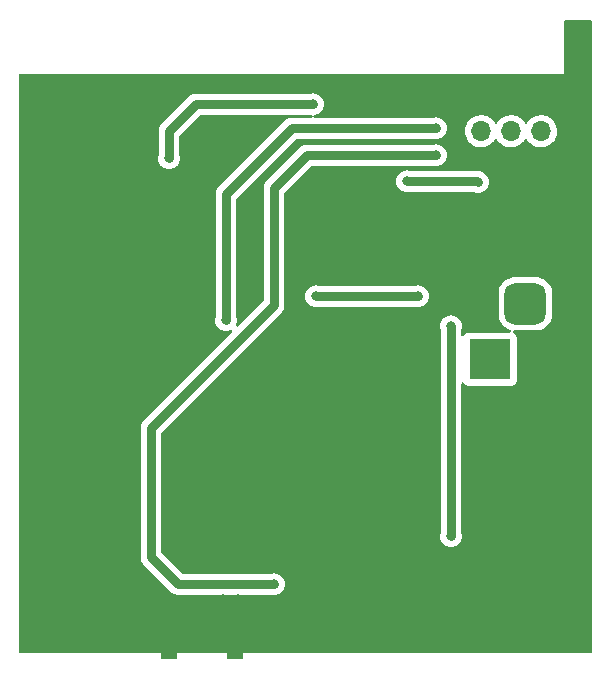
<source format=gbl>
G04 #@! TF.GenerationSoftware,KiCad,Pcbnew,6.0.10*
G04 #@! TF.CreationDate,2023-04-28T22:54:55-05:00*
G04 #@! TF.ProjectId,base,62617365-2e6b-4696-9361-645f70636258,rev?*
G04 #@! TF.SameCoordinates,Original*
G04 #@! TF.FileFunction,Copper,L2,Bot*
G04 #@! TF.FilePolarity,Positive*
%FSLAX46Y46*%
G04 Gerber Fmt 4.6, Leading zero omitted, Abs format (unit mm)*
G04 Created by KiCad (PCBNEW 6.0.10) date 2023-04-28 22:54:55*
%MOMM*%
%LPD*%
G01*
G04 APERTURE LIST*
G04 Aperture macros list*
%AMRoundRect*
0 Rectangle with rounded corners*
0 $1 Rounding radius*
0 $2 $3 $4 $5 $6 $7 $8 $9 X,Y pos of 4 corners*
0 Add a 4 corners polygon primitive as box body*
4,1,4,$2,$3,$4,$5,$6,$7,$8,$9,$2,$3,0*
0 Add four circle primitives for the rounded corners*
1,1,$1+$1,$2,$3*
1,1,$1+$1,$4,$5*
1,1,$1+$1,$6,$7*
1,1,$1+$1,$8,$9*
0 Add four rect primitives between the rounded corners*
20,1,$1+$1,$2,$3,$4,$5,0*
20,1,$1+$1,$4,$5,$6,$7,0*
20,1,$1+$1,$6,$7,$8,$9,0*
20,1,$1+$1,$8,$9,$2,$3,0*%
G04 Aperture macros list end*
G04 #@! TA.AperFunction,ComponentPad*
%ADD10R,1.700000X1.700000*%
G04 #@! TD*
G04 #@! TA.AperFunction,ComponentPad*
%ADD11O,1.700000X1.700000*%
G04 #@! TD*
G04 #@! TA.AperFunction,SMDPad,CuDef*
%ADD12R,1.350000X4.200000*%
G04 #@! TD*
G04 #@! TA.AperFunction,ComponentPad*
%ADD13R,3.500000X3.500000*%
G04 #@! TD*
G04 #@! TA.AperFunction,ComponentPad*
%ADD14RoundRect,0.750000X0.750000X1.000000X-0.750000X1.000000X-0.750000X-1.000000X0.750000X-1.000000X0*%
G04 #@! TD*
G04 #@! TA.AperFunction,ComponentPad*
%ADD15RoundRect,0.875000X0.875000X0.875000X-0.875000X0.875000X-0.875000X-0.875000X0.875000X-0.875000X0*%
G04 #@! TD*
G04 #@! TA.AperFunction,ViaPad*
%ADD16C,0.800000*%
G04 #@! TD*
G04 #@! TA.AperFunction,Conductor*
%ADD17C,0.750000*%
G04 #@! TD*
G04 APERTURE END LIST*
D10*
X170434000Y-91186000D03*
D11*
X167894000Y-91186000D03*
X165354000Y-91186000D03*
X162814000Y-91186000D03*
D12*
X142017000Y-133767500D03*
X136367000Y-133767500D03*
D13*
X163576000Y-110490000D03*
D14*
X169576000Y-110490000D03*
D15*
X166576000Y-105790000D03*
D16*
X160274000Y-107696000D03*
X160274000Y-125476000D03*
X153670000Y-134620000D03*
X129540000Y-133350000D03*
X124460000Y-128270000D03*
X134620000Y-105410000D03*
X135890000Y-105410000D03*
X135890000Y-99060000D03*
X156210000Y-114300000D03*
X143510000Y-132080000D03*
X147320000Y-87630000D03*
X133350000Y-105410000D03*
X124460000Y-120650000D03*
X124460000Y-118110000D03*
X146050000Y-134620000D03*
X149860000Y-87630000D03*
X147320000Y-96520000D03*
X140970000Y-130810000D03*
X124460000Y-107950000D03*
X124460000Y-105410000D03*
X134620000Y-132080000D03*
X151130000Y-129540000D03*
X148844000Y-107696000D03*
X132080000Y-105410000D03*
X148590000Y-134620000D03*
X143510000Y-134620000D03*
X135890000Y-111760000D03*
X156210000Y-116840000D03*
X142240000Y-87630000D03*
X138430000Y-107950000D03*
X135890000Y-130810000D03*
X124460000Y-100330000D03*
X143510000Y-133350000D03*
X124460000Y-125730000D03*
X124460000Y-133350000D03*
X134620000Y-130810000D03*
X124460000Y-113030000D03*
X151130000Y-134620000D03*
X148590000Y-129540000D03*
X124460000Y-123190000D03*
X135890000Y-109220000D03*
X132080000Y-133350000D03*
X144780000Y-87630000D03*
X124460000Y-110490000D03*
X124460000Y-130810000D03*
X135890000Y-96520000D03*
X156210000Y-119380000D03*
X142240000Y-130810000D03*
X134620000Y-133350000D03*
X142240000Y-91440000D03*
X153670000Y-129540000D03*
X137160000Y-105410000D03*
X127000000Y-133350000D03*
X124460000Y-102870000D03*
X124460000Y-115570000D03*
X156547000Y-95421000D03*
X162560000Y-95504000D03*
X148590000Y-88900000D03*
X136398000Y-93472000D03*
X148844000Y-105156000D03*
X157480000Y-105156000D03*
X159004000Y-93218000D03*
X145288000Y-129540000D03*
X141224000Y-107188000D03*
X159004000Y-90932000D03*
D17*
X160274000Y-107696000D02*
X160274000Y-125476000D01*
X162477000Y-95421000D02*
X162560000Y-95504000D01*
X156547000Y-95421000D02*
X162477000Y-95421000D01*
X138684000Y-88900000D02*
X148590000Y-88900000D01*
X136398000Y-91186000D02*
X138684000Y-88900000D01*
X136398000Y-93472000D02*
X136398000Y-91186000D01*
X148844000Y-105156000D02*
X157480000Y-105156000D01*
X148082000Y-93218000D02*
X145288000Y-96012000D01*
X145288000Y-96012000D02*
X145288000Y-105918000D01*
X145288000Y-105918000D02*
X134874000Y-116332000D01*
X134874000Y-116332000D02*
X134874000Y-127254000D01*
X159004000Y-93218000D02*
X148082000Y-93218000D01*
X137160000Y-129540000D02*
X145288000Y-129540000D01*
X134874000Y-127254000D02*
X137160000Y-129540000D01*
X159004000Y-90932000D02*
X146812000Y-90932000D01*
X146812000Y-90932000D02*
X141224000Y-96520000D01*
X141224000Y-96520000D02*
X141224000Y-107188000D01*
G04 #@! TA.AperFunction,Conductor*
G36*
X172153621Y-81808502D02*
G01*
X172200114Y-81862158D01*
X172211500Y-81914500D01*
X172211500Y-135255500D01*
X172191498Y-135323621D01*
X172137842Y-135370114D01*
X172085500Y-135381500D01*
X123824500Y-135381500D01*
X123756379Y-135361498D01*
X123709886Y-135307842D01*
X123698500Y-135255500D01*
X123698500Y-127207507D01*
X133986850Y-127207507D01*
X133987195Y-127214094D01*
X133987195Y-127214098D01*
X133990327Y-127273850D01*
X133990500Y-127280445D01*
X133990500Y-127300306D01*
X133990844Y-127303577D01*
X133992576Y-127320059D01*
X133993093Y-127326628D01*
X133996570Y-127392971D01*
X134000042Y-127405929D01*
X134003645Y-127425372D01*
X134005046Y-127438702D01*
X134025578Y-127501894D01*
X134027444Y-127508196D01*
X134044638Y-127572363D01*
X134047634Y-127578242D01*
X134047637Y-127578251D01*
X134050728Y-127584317D01*
X134058292Y-127602579D01*
X134060392Y-127609043D01*
X134060395Y-127609051D01*
X134062436Y-127615331D01*
X134065738Y-127621050D01*
X134065740Y-127621055D01*
X134095654Y-127672867D01*
X134098787Y-127678637D01*
X134128953Y-127737839D01*
X134133109Y-127742971D01*
X134137391Y-127748259D01*
X134148589Y-127764552D01*
X134155296Y-127776169D01*
X134159713Y-127781075D01*
X134159717Y-127781080D01*
X134199747Y-127825538D01*
X134204031Y-127830554D01*
X134214441Y-127843409D01*
X134216528Y-127845986D01*
X134230573Y-127860031D01*
X134235114Y-127864816D01*
X134279566Y-127914185D01*
X134290426Y-127922075D01*
X134305454Y-127934912D01*
X136479088Y-130108546D01*
X136491925Y-130123574D01*
X136499815Y-130134434D01*
X136504725Y-130138855D01*
X136504726Y-130138856D01*
X136549184Y-130178886D01*
X136553969Y-130183427D01*
X136568014Y-130197472D01*
X136570588Y-130199556D01*
X136570591Y-130199559D01*
X136583446Y-130209969D01*
X136588462Y-130214253D01*
X136632920Y-130254283D01*
X136632925Y-130254287D01*
X136637831Y-130258704D01*
X136649097Y-130265209D01*
X136649448Y-130265411D01*
X136665741Y-130276609D01*
X136676161Y-130285047D01*
X136735363Y-130315213D01*
X136741133Y-130318346D01*
X136792945Y-130348260D01*
X136792950Y-130348262D01*
X136798669Y-130351564D01*
X136804949Y-130353605D01*
X136804957Y-130353608D01*
X136811421Y-130355708D01*
X136829683Y-130363272D01*
X136835749Y-130366363D01*
X136835758Y-130366366D01*
X136841637Y-130369362D01*
X136848015Y-130371071D01*
X136905804Y-130386556D01*
X136912106Y-130388422D01*
X136975298Y-130408954D01*
X136988205Y-130410311D01*
X136988628Y-130410355D01*
X137008071Y-130413958D01*
X137021029Y-130417430D01*
X137027620Y-130417775D01*
X137027624Y-130417776D01*
X137087354Y-130420906D01*
X137093929Y-130421423D01*
X137109126Y-130423020D01*
X137113694Y-130423500D01*
X137133568Y-130423500D01*
X137140162Y-130423673D01*
X137199901Y-130426804D01*
X137199905Y-130426804D01*
X137206493Y-130427149D01*
X137213008Y-130426117D01*
X137213011Y-130426117D01*
X137219740Y-130425051D01*
X137239450Y-130423500D01*
X145061653Y-130423500D01*
X145087850Y-130426253D01*
X145186056Y-130447128D01*
X145186061Y-130447128D01*
X145192513Y-130448500D01*
X145383487Y-130448500D01*
X145389939Y-130447128D01*
X145389944Y-130447128D01*
X145500288Y-130423673D01*
X145570288Y-130408794D01*
X145655016Y-130371071D01*
X145738722Y-130333803D01*
X145738724Y-130333802D01*
X145744752Y-130331118D01*
X145899253Y-130218866D01*
X145920625Y-130195130D01*
X146022621Y-130081852D01*
X146022622Y-130081851D01*
X146027040Y-130076944D01*
X146122527Y-129911556D01*
X146181542Y-129729928D01*
X146201504Y-129540000D01*
X146181542Y-129350072D01*
X146122527Y-129168444D01*
X146027040Y-129003056D01*
X145899253Y-128861134D01*
X145744752Y-128748882D01*
X145738724Y-128746198D01*
X145738722Y-128746197D01*
X145576319Y-128673891D01*
X145576318Y-128673891D01*
X145570288Y-128671206D01*
X145476888Y-128651353D01*
X145389944Y-128632872D01*
X145389939Y-128632872D01*
X145383487Y-128631500D01*
X145192513Y-128631500D01*
X145186061Y-128632872D01*
X145186056Y-128632872D01*
X145087850Y-128653747D01*
X145061653Y-128656500D01*
X137578148Y-128656500D01*
X137510027Y-128636498D01*
X137489053Y-128619595D01*
X135794405Y-126924947D01*
X135760379Y-126862635D01*
X135757500Y-126835852D01*
X135757500Y-125476000D01*
X159360496Y-125476000D01*
X159380458Y-125665928D01*
X159439473Y-125847556D01*
X159534960Y-126012944D01*
X159662747Y-126154866D01*
X159817248Y-126267118D01*
X159823276Y-126269802D01*
X159823278Y-126269803D01*
X159985681Y-126342109D01*
X159991712Y-126344794D01*
X160085113Y-126364647D01*
X160172056Y-126383128D01*
X160172061Y-126383128D01*
X160178513Y-126384500D01*
X160369487Y-126384500D01*
X160375939Y-126383128D01*
X160375944Y-126383128D01*
X160462887Y-126364647D01*
X160556288Y-126344794D01*
X160562319Y-126342109D01*
X160724722Y-126269803D01*
X160724724Y-126269802D01*
X160730752Y-126267118D01*
X160885253Y-126154866D01*
X161013040Y-126012944D01*
X161108527Y-125847556D01*
X161167542Y-125665928D01*
X161187504Y-125476000D01*
X161167542Y-125286072D01*
X161163667Y-125274146D01*
X161157500Y-125235210D01*
X161157500Y-112574200D01*
X161177502Y-112506079D01*
X161231158Y-112459586D01*
X161301432Y-112449482D01*
X161366012Y-112478976D01*
X161384326Y-112498635D01*
X161462739Y-112603261D01*
X161579295Y-112690615D01*
X161715684Y-112741745D01*
X161777866Y-112748500D01*
X165374134Y-112748500D01*
X165436316Y-112741745D01*
X165572705Y-112690615D01*
X165689261Y-112603261D01*
X165776615Y-112486705D01*
X165827745Y-112350316D01*
X165834500Y-112288134D01*
X165834500Y-108691866D01*
X165827745Y-108629684D01*
X165776615Y-108493295D01*
X165689261Y-108376739D01*
X165572705Y-108289385D01*
X165564304Y-108286236D01*
X165562082Y-108285019D01*
X165511936Y-108234760D01*
X165496923Y-108165369D01*
X165521809Y-108098877D01*
X165578693Y-108056395D01*
X165622592Y-108048500D01*
X167543364Y-108048500D01*
X167545037Y-108048409D01*
X167545052Y-108048409D01*
X167596599Y-108045617D01*
X167600957Y-108045381D01*
X167637667Y-108038212D01*
X167826160Y-108001402D01*
X167826161Y-108001402D01*
X167831393Y-108000380D01*
X168050952Y-107917196D01*
X168253356Y-107798209D01*
X168432819Y-107646819D01*
X168584209Y-107467356D01*
X168703196Y-107264952D01*
X168786380Y-107045393D01*
X168794340Y-107004635D01*
X168830544Y-106819243D01*
X168831381Y-106814957D01*
X168834500Y-106757364D01*
X168834500Y-104822636D01*
X168831381Y-104765043D01*
X168786380Y-104534607D01*
X168703196Y-104315048D01*
X168584209Y-104112644D01*
X168432819Y-103933181D01*
X168253356Y-103781791D01*
X168050952Y-103662804D01*
X167831393Y-103579620D01*
X167600957Y-103534619D01*
X167595227Y-103534309D01*
X167545052Y-103531591D01*
X167545037Y-103531591D01*
X167543364Y-103531500D01*
X165608636Y-103531500D01*
X165606963Y-103531591D01*
X165606948Y-103531591D01*
X165556773Y-103534309D01*
X165551043Y-103534619D01*
X165320607Y-103579620D01*
X165101048Y-103662804D01*
X164898644Y-103781791D01*
X164719181Y-103933181D01*
X164567791Y-104112644D01*
X164448804Y-104315048D01*
X164365620Y-104534607D01*
X164320619Y-104765043D01*
X164317500Y-104822636D01*
X164317500Y-106757364D01*
X164320619Y-106814957D01*
X164321456Y-106819243D01*
X164357661Y-107004635D01*
X164365620Y-107045393D01*
X164448804Y-107264952D01*
X164567791Y-107467356D01*
X164719181Y-107646819D01*
X164898644Y-107798209D01*
X165101048Y-107917196D01*
X165264488Y-107979118D01*
X165287068Y-107987673D01*
X165343683Y-108030512D01*
X165368151Y-108097160D01*
X165352702Y-108166455D01*
X165302241Y-108216398D01*
X165242427Y-108231500D01*
X161777866Y-108231500D01*
X161715684Y-108238255D01*
X161579295Y-108289385D01*
X161462739Y-108376739D01*
X161457358Y-108383919D01*
X161384326Y-108481365D01*
X161327467Y-108523880D01*
X161256648Y-108528906D01*
X161194355Y-108494846D01*
X161160365Y-108432515D01*
X161157500Y-108405800D01*
X161157500Y-107936790D01*
X161163667Y-107897854D01*
X161165502Y-107892206D01*
X161167542Y-107885928D01*
X161169138Y-107870749D01*
X161186814Y-107702565D01*
X161187504Y-107696000D01*
X161167542Y-107506072D01*
X161108527Y-107324444D01*
X161013040Y-107159056D01*
X160910698Y-107045393D01*
X160889675Y-107022045D01*
X160889674Y-107022044D01*
X160885253Y-107017134D01*
X160730752Y-106904882D01*
X160724724Y-106902198D01*
X160724722Y-106902197D01*
X160562319Y-106829891D01*
X160562318Y-106829891D01*
X160556288Y-106827206D01*
X160462888Y-106807353D01*
X160375944Y-106788872D01*
X160375939Y-106788872D01*
X160369487Y-106787500D01*
X160178513Y-106787500D01*
X160172061Y-106788872D01*
X160172056Y-106788872D01*
X160085113Y-106807353D01*
X159991712Y-106827206D01*
X159985682Y-106829891D01*
X159985681Y-106829891D01*
X159823278Y-106902197D01*
X159823276Y-106902198D01*
X159817248Y-106904882D01*
X159662747Y-107017134D01*
X159658326Y-107022044D01*
X159658325Y-107022045D01*
X159637303Y-107045393D01*
X159534960Y-107159056D01*
X159439473Y-107324444D01*
X159380458Y-107506072D01*
X159360496Y-107696000D01*
X159361186Y-107702565D01*
X159378863Y-107870749D01*
X159380458Y-107885928D01*
X159382498Y-107892206D01*
X159384333Y-107897854D01*
X159390500Y-107936790D01*
X159390500Y-125235210D01*
X159384333Y-125274146D01*
X159380458Y-125286072D01*
X159360496Y-125476000D01*
X135757500Y-125476000D01*
X135757500Y-116750148D01*
X135777502Y-116682027D01*
X135794405Y-116661053D01*
X145856546Y-106598912D01*
X145871574Y-106586075D01*
X145882434Y-106578185D01*
X145926886Y-106528816D01*
X145931427Y-106524031D01*
X145945472Y-106509986D01*
X145947559Y-106507409D01*
X145957969Y-106494554D01*
X145962253Y-106489538D01*
X146002283Y-106445080D01*
X146002287Y-106445075D01*
X146006704Y-106440169D01*
X146013411Y-106428552D01*
X146024609Y-106412259D01*
X146028891Y-106406971D01*
X146033047Y-106401839D01*
X146063213Y-106342637D01*
X146066346Y-106336867D01*
X146096260Y-106285055D01*
X146096262Y-106285050D01*
X146099564Y-106279331D01*
X146101605Y-106273051D01*
X146101608Y-106273043D01*
X146103708Y-106266579D01*
X146111272Y-106248317D01*
X146114363Y-106242251D01*
X146114366Y-106242242D01*
X146117362Y-106236363D01*
X146134556Y-106172196D01*
X146136422Y-106165894D01*
X146156954Y-106102702D01*
X146158355Y-106089372D01*
X146161958Y-106069929D01*
X146165430Y-106056971D01*
X146166202Y-106042253D01*
X146168907Y-105990633D01*
X146169424Y-105984059D01*
X146171156Y-105967577D01*
X146171500Y-105964306D01*
X146171500Y-105944445D01*
X146171673Y-105937850D01*
X146174805Y-105878098D01*
X146174805Y-105878094D01*
X146175150Y-105871507D01*
X146173051Y-105858253D01*
X146171500Y-105838544D01*
X146171500Y-105156000D01*
X147930496Y-105156000D01*
X147950458Y-105345928D01*
X148009473Y-105527556D01*
X148104960Y-105692944D01*
X148232747Y-105834866D01*
X148387248Y-105947118D01*
X148393276Y-105949802D01*
X148393278Y-105949803D01*
X148555681Y-106022109D01*
X148561712Y-106024794D01*
X148643850Y-106042253D01*
X148742056Y-106063128D01*
X148742061Y-106063128D01*
X148748513Y-106064500D01*
X148939487Y-106064500D01*
X148945939Y-106063128D01*
X148945944Y-106063128D01*
X149044150Y-106042253D01*
X149070347Y-106039500D01*
X157253653Y-106039500D01*
X157279850Y-106042253D01*
X157378056Y-106063128D01*
X157378061Y-106063128D01*
X157384513Y-106064500D01*
X157575487Y-106064500D01*
X157581939Y-106063128D01*
X157581944Y-106063128D01*
X157680150Y-106042253D01*
X157762288Y-106024794D01*
X157768319Y-106022109D01*
X157930722Y-105949803D01*
X157930724Y-105949802D01*
X157936752Y-105947118D01*
X158091253Y-105834866D01*
X158219040Y-105692944D01*
X158314527Y-105527556D01*
X158373542Y-105345928D01*
X158393504Y-105156000D01*
X158373542Y-104966072D01*
X158314527Y-104784444D01*
X158219040Y-104619056D01*
X158091253Y-104477134D01*
X157936752Y-104364882D01*
X157930724Y-104362198D01*
X157930722Y-104362197D01*
X157768319Y-104289891D01*
X157768318Y-104289891D01*
X157762288Y-104287206D01*
X157668887Y-104267353D01*
X157581944Y-104248872D01*
X157581939Y-104248872D01*
X157575487Y-104247500D01*
X157384513Y-104247500D01*
X157378061Y-104248872D01*
X157378056Y-104248872D01*
X157279850Y-104269747D01*
X157253653Y-104272500D01*
X149070347Y-104272500D01*
X149044150Y-104269747D01*
X148945944Y-104248872D01*
X148945939Y-104248872D01*
X148939487Y-104247500D01*
X148748513Y-104247500D01*
X148742061Y-104248872D01*
X148742056Y-104248872D01*
X148655113Y-104267353D01*
X148561712Y-104287206D01*
X148555682Y-104289891D01*
X148555681Y-104289891D01*
X148393278Y-104362197D01*
X148393276Y-104362198D01*
X148387248Y-104364882D01*
X148232747Y-104477134D01*
X148104960Y-104619056D01*
X148009473Y-104784444D01*
X147950458Y-104966072D01*
X147930496Y-105156000D01*
X146171500Y-105156000D01*
X146171500Y-96430148D01*
X146191502Y-96362027D01*
X146208405Y-96341053D01*
X147128458Y-95421000D01*
X155633496Y-95421000D01*
X155634186Y-95427565D01*
X155651588Y-95593133D01*
X155653458Y-95610928D01*
X155712473Y-95792556D01*
X155807960Y-95957944D01*
X155812378Y-95962851D01*
X155812379Y-95962852D01*
X155931325Y-96094955D01*
X155935747Y-96099866D01*
X156008804Y-96152945D01*
X156084601Y-96208015D01*
X156090248Y-96212118D01*
X156096276Y-96214802D01*
X156096278Y-96214803D01*
X156258681Y-96287109D01*
X156264712Y-96289794D01*
X156346850Y-96307253D01*
X156445056Y-96328128D01*
X156445061Y-96328128D01*
X156451513Y-96329500D01*
X156642487Y-96329500D01*
X156648939Y-96328128D01*
X156648944Y-96328128D01*
X156747150Y-96307253D01*
X156773347Y-96304500D01*
X162097538Y-96304500D01*
X162148786Y-96315393D01*
X162271676Y-96370107D01*
X162271679Y-96370108D01*
X162277712Y-96372794D01*
X162302007Y-96377958D01*
X162458056Y-96411128D01*
X162458061Y-96411128D01*
X162464513Y-96412500D01*
X162655487Y-96412500D01*
X162661939Y-96411128D01*
X162661944Y-96411128D01*
X162772523Y-96387623D01*
X162842288Y-96372794D01*
X162852883Y-96368077D01*
X163010722Y-96297803D01*
X163010724Y-96297802D01*
X163016752Y-96295118D01*
X163022192Y-96291166D01*
X163072157Y-96254864D01*
X163171253Y-96182866D01*
X163244846Y-96101133D01*
X163294621Y-96045852D01*
X163294622Y-96045851D01*
X163299040Y-96040944D01*
X163394527Y-95875556D01*
X163453542Y-95693928D01*
X163456749Y-95663421D01*
X163472814Y-95510565D01*
X163473504Y-95504000D01*
X163466299Y-95435446D01*
X163454232Y-95320635D01*
X163454232Y-95320633D01*
X163453542Y-95314072D01*
X163394527Y-95132444D01*
X163299040Y-94967056D01*
X163219888Y-94879148D01*
X163175675Y-94830045D01*
X163175674Y-94830044D01*
X163171253Y-94825134D01*
X163057014Y-94742134D01*
X163022097Y-94716765D01*
X163022094Y-94716764D01*
X163016752Y-94712882D01*
X163010717Y-94710195D01*
X163007422Y-94708293D01*
X163001707Y-94704581D01*
X162999169Y-94702296D01*
X162987552Y-94695589D01*
X162971259Y-94684391D01*
X162965971Y-94680109D01*
X162960839Y-94675953D01*
X162901637Y-94645787D01*
X162895867Y-94642654D01*
X162844055Y-94612740D01*
X162844050Y-94612738D01*
X162838331Y-94609436D01*
X162832051Y-94607395D01*
X162832043Y-94607392D01*
X162825579Y-94605292D01*
X162807317Y-94597728D01*
X162801251Y-94594637D01*
X162801242Y-94594634D01*
X162795363Y-94591638D01*
X162784672Y-94588773D01*
X162731196Y-94574444D01*
X162724894Y-94572578D01*
X162661702Y-94552046D01*
X162648372Y-94550645D01*
X162628929Y-94547042D01*
X162615971Y-94543570D01*
X162609381Y-94543225D01*
X162609377Y-94543224D01*
X162565427Y-94540921D01*
X162549628Y-94540093D01*
X162543069Y-94539577D01*
X162523306Y-94537500D01*
X162503445Y-94537500D01*
X162496850Y-94537327D01*
X162437098Y-94534195D01*
X162437094Y-94534195D01*
X162430507Y-94533850D01*
X162417253Y-94535949D01*
X162397544Y-94537500D01*
X156773347Y-94537500D01*
X156747150Y-94534747D01*
X156648944Y-94513872D01*
X156648939Y-94513872D01*
X156642487Y-94512500D01*
X156451513Y-94512500D01*
X156445061Y-94513872D01*
X156445056Y-94513872D01*
X156358113Y-94532353D01*
X156264712Y-94552206D01*
X156258682Y-94554891D01*
X156258681Y-94554891D01*
X156096278Y-94627197D01*
X156096276Y-94627198D01*
X156090248Y-94629882D01*
X155935747Y-94742134D01*
X155931326Y-94747044D01*
X155931325Y-94747045D01*
X155861014Y-94825134D01*
X155807960Y-94884056D01*
X155712473Y-95049444D01*
X155653458Y-95231072D01*
X155652768Y-95237633D01*
X155652768Y-95237635D01*
X155640251Y-95356726D01*
X155633496Y-95421000D01*
X147128458Y-95421000D01*
X148411052Y-94138405D01*
X148473364Y-94104380D01*
X148500147Y-94101500D01*
X158777653Y-94101500D01*
X158803850Y-94104253D01*
X158902056Y-94125128D01*
X158902061Y-94125128D01*
X158908513Y-94126500D01*
X159099487Y-94126500D01*
X159105939Y-94125128D01*
X159105944Y-94125128D01*
X159204150Y-94104253D01*
X159286288Y-94086794D01*
X159292319Y-94084109D01*
X159454722Y-94011803D01*
X159454724Y-94011802D01*
X159460752Y-94009118D01*
X159615253Y-93896866D01*
X159619675Y-93891955D01*
X159738621Y-93759852D01*
X159738622Y-93759851D01*
X159743040Y-93754944D01*
X159838527Y-93589556D01*
X159897542Y-93407928D01*
X159917504Y-93218000D01*
X159897542Y-93028072D01*
X159838527Y-92846444D01*
X159743040Y-92681056D01*
X159622844Y-92547564D01*
X159619675Y-92544045D01*
X159619674Y-92544044D01*
X159615253Y-92539134D01*
X159501739Y-92456661D01*
X159466094Y-92430763D01*
X159466093Y-92430762D01*
X159460752Y-92426882D01*
X159454724Y-92424198D01*
X159454722Y-92424197D01*
X159292319Y-92351891D01*
X159292318Y-92351891D01*
X159286288Y-92349206D01*
X159192888Y-92329353D01*
X159105944Y-92310872D01*
X159105939Y-92310872D01*
X159099487Y-92309500D01*
X158908513Y-92309500D01*
X158902061Y-92310872D01*
X158902056Y-92310872D01*
X158803850Y-92331747D01*
X158777653Y-92334500D01*
X148161457Y-92334500D01*
X148141745Y-92332949D01*
X148135008Y-92331882D01*
X148135009Y-92331882D01*
X148128493Y-92330850D01*
X148121906Y-92331195D01*
X148121902Y-92331195D01*
X148062150Y-92334327D01*
X148055555Y-92334500D01*
X148035694Y-92334500D01*
X148015931Y-92336577D01*
X148009372Y-92337093D01*
X147993573Y-92337921D01*
X147949623Y-92340224D01*
X147949619Y-92340225D01*
X147943029Y-92340570D01*
X147930071Y-92344042D01*
X147910628Y-92347645D01*
X147897298Y-92349046D01*
X147834106Y-92369578D01*
X147827804Y-92371444D01*
X147774328Y-92385773D01*
X147763637Y-92388638D01*
X147757758Y-92391634D01*
X147757749Y-92391637D01*
X147751683Y-92394728D01*
X147733421Y-92402292D01*
X147726958Y-92404392D01*
X147726953Y-92404394D01*
X147720669Y-92406436D01*
X147663119Y-92439663D01*
X147657366Y-92442786D01*
X147598161Y-92472952D01*
X147593027Y-92477109D01*
X147593026Y-92477110D01*
X147587737Y-92481393D01*
X147571449Y-92492588D01*
X147567220Y-92495030D01*
X147559831Y-92499296D01*
X147554925Y-92503713D01*
X147554920Y-92503717D01*
X147510462Y-92543747D01*
X147505447Y-92548031D01*
X147497369Y-92554573D01*
X147490015Y-92560528D01*
X147475979Y-92574564D01*
X147471194Y-92579105D01*
X147421815Y-92623566D01*
X147417935Y-92628906D01*
X147417928Y-92628914D01*
X147413927Y-92634422D01*
X147401086Y-92649457D01*
X144719454Y-95331088D01*
X144704426Y-95343925D01*
X144693566Y-95351815D01*
X144689145Y-95356725D01*
X144689144Y-95356726D01*
X144649114Y-95401184D01*
X144644573Y-95405969D01*
X144630528Y-95420014D01*
X144628444Y-95422588D01*
X144628441Y-95422591D01*
X144618031Y-95435446D01*
X144613747Y-95440462D01*
X144573717Y-95484920D01*
X144573713Y-95484925D01*
X144569296Y-95489831D01*
X144564906Y-95497435D01*
X144562589Y-95501448D01*
X144551391Y-95517741D01*
X144542953Y-95528161D01*
X144512787Y-95587363D01*
X144509654Y-95593133D01*
X144479740Y-95644945D01*
X144479738Y-95644950D01*
X144476436Y-95650669D01*
X144474395Y-95656949D01*
X144474392Y-95656957D01*
X144472292Y-95663421D01*
X144464728Y-95681683D01*
X144461637Y-95687749D01*
X144461634Y-95687758D01*
X144458638Y-95693637D01*
X144456929Y-95700015D01*
X144441444Y-95757804D01*
X144439578Y-95764106D01*
X144419046Y-95827298D01*
X144418356Y-95833866D01*
X144417645Y-95840628D01*
X144414042Y-95860071D01*
X144410570Y-95873029D01*
X144410225Y-95879619D01*
X144410224Y-95879623D01*
X144407093Y-95939367D01*
X144406577Y-95945931D01*
X144404500Y-95965694D01*
X144404500Y-95985555D01*
X144404327Y-95992150D01*
X144401513Y-96045852D01*
X144400850Y-96058493D01*
X144401882Y-96065007D01*
X144402949Y-96071744D01*
X144404500Y-96091456D01*
X144404500Y-105499852D01*
X144384498Y-105567973D01*
X144367595Y-105588947D01*
X142266251Y-107690291D01*
X142203939Y-107724317D01*
X142133124Y-107719252D01*
X142076288Y-107676705D01*
X142051477Y-107610185D01*
X142060265Y-107560121D01*
X142058527Y-107559556D01*
X142115502Y-107384206D01*
X142117542Y-107377928D01*
X142137504Y-107188000D01*
X142120062Y-107022045D01*
X142118232Y-107004635D01*
X142118232Y-107004633D01*
X142117542Y-106998072D01*
X142113667Y-106986146D01*
X142107500Y-106947210D01*
X142107500Y-96938148D01*
X142127502Y-96870027D01*
X142144405Y-96849053D01*
X147141053Y-91852405D01*
X147203365Y-91818379D01*
X147230148Y-91815500D01*
X158777653Y-91815500D01*
X158803850Y-91818253D01*
X158902056Y-91839128D01*
X158902061Y-91839128D01*
X158908513Y-91840500D01*
X159099487Y-91840500D01*
X159105939Y-91839128D01*
X159105944Y-91839128D01*
X159192887Y-91820647D01*
X159286288Y-91800794D01*
X159297440Y-91795829D01*
X159454722Y-91725803D01*
X159454724Y-91725802D01*
X159460752Y-91723118D01*
X159615253Y-91610866D01*
X159733965Y-91479023D01*
X159738621Y-91473852D01*
X159738622Y-91473851D01*
X159743040Y-91468944D01*
X159838527Y-91303556D01*
X159887545Y-91152695D01*
X161451251Y-91152695D01*
X161451548Y-91157848D01*
X161451548Y-91157851D01*
X161459587Y-91297271D01*
X161464110Y-91375715D01*
X161465247Y-91380761D01*
X161465248Y-91380767D01*
X161483832Y-91463226D01*
X161513222Y-91593639D01*
X161597266Y-91800616D01*
X161648019Y-91883438D01*
X161711291Y-91986688D01*
X161713987Y-91991088D01*
X161860250Y-92159938D01*
X162032126Y-92302632D01*
X162225000Y-92415338D01*
X162229825Y-92417180D01*
X162229826Y-92417181D01*
X162265394Y-92430763D01*
X162433692Y-92495030D01*
X162438760Y-92496061D01*
X162438763Y-92496062D01*
X162546017Y-92517883D01*
X162652597Y-92539567D01*
X162657772Y-92539757D01*
X162657774Y-92539757D01*
X162870673Y-92547564D01*
X162870677Y-92547564D01*
X162875837Y-92547753D01*
X162880957Y-92547097D01*
X162880959Y-92547097D01*
X163092288Y-92520025D01*
X163092289Y-92520025D01*
X163097416Y-92519368D01*
X163102366Y-92517883D01*
X163306429Y-92456661D01*
X163306434Y-92456659D01*
X163311384Y-92455174D01*
X163511994Y-92356896D01*
X163693860Y-92227173D01*
X163852096Y-92069489D01*
X163911594Y-91986689D01*
X163982453Y-91888077D01*
X163983776Y-91889028D01*
X164030645Y-91845857D01*
X164100580Y-91833625D01*
X164166026Y-91861144D01*
X164193875Y-91892994D01*
X164253987Y-91991088D01*
X164400250Y-92159938D01*
X164572126Y-92302632D01*
X164765000Y-92415338D01*
X164769825Y-92417180D01*
X164769826Y-92417181D01*
X164805394Y-92430763D01*
X164973692Y-92495030D01*
X164978760Y-92496061D01*
X164978763Y-92496062D01*
X165086017Y-92517883D01*
X165192597Y-92539567D01*
X165197772Y-92539757D01*
X165197774Y-92539757D01*
X165410673Y-92547564D01*
X165410677Y-92547564D01*
X165415837Y-92547753D01*
X165420957Y-92547097D01*
X165420959Y-92547097D01*
X165632288Y-92520025D01*
X165632289Y-92520025D01*
X165637416Y-92519368D01*
X165642366Y-92517883D01*
X165846429Y-92456661D01*
X165846434Y-92456659D01*
X165851384Y-92455174D01*
X166051994Y-92356896D01*
X166233860Y-92227173D01*
X166392096Y-92069489D01*
X166451594Y-91986689D01*
X166522453Y-91888077D01*
X166523776Y-91889028D01*
X166570645Y-91845857D01*
X166640580Y-91833625D01*
X166706026Y-91861144D01*
X166733875Y-91892994D01*
X166793987Y-91991088D01*
X166940250Y-92159938D01*
X167112126Y-92302632D01*
X167305000Y-92415338D01*
X167309825Y-92417180D01*
X167309826Y-92417181D01*
X167345394Y-92430763D01*
X167513692Y-92495030D01*
X167518760Y-92496061D01*
X167518763Y-92496062D01*
X167626017Y-92517883D01*
X167732597Y-92539567D01*
X167737772Y-92539757D01*
X167737774Y-92539757D01*
X167950673Y-92547564D01*
X167950677Y-92547564D01*
X167955837Y-92547753D01*
X167960957Y-92547097D01*
X167960959Y-92547097D01*
X168172288Y-92520025D01*
X168172289Y-92520025D01*
X168177416Y-92519368D01*
X168182366Y-92517883D01*
X168386429Y-92456661D01*
X168386434Y-92456659D01*
X168391384Y-92455174D01*
X168591994Y-92356896D01*
X168773860Y-92227173D01*
X168932096Y-92069489D01*
X168991594Y-91986689D01*
X169059435Y-91892277D01*
X169062453Y-91888077D01*
X169083320Y-91845857D01*
X169159136Y-91692453D01*
X169159137Y-91692451D01*
X169161430Y-91687811D01*
X169226370Y-91474069D01*
X169255529Y-91252590D01*
X169257156Y-91186000D01*
X169238852Y-90963361D01*
X169184431Y-90746702D01*
X169095354Y-90541840D01*
X168974014Y-90354277D01*
X168823670Y-90189051D01*
X168819619Y-90185852D01*
X168819615Y-90185848D01*
X168652414Y-90053800D01*
X168652410Y-90053798D01*
X168648359Y-90050598D01*
X168639572Y-90045747D01*
X168596136Y-90021769D01*
X168452789Y-89942638D01*
X168447920Y-89940914D01*
X168447916Y-89940912D01*
X168247087Y-89869795D01*
X168247083Y-89869794D01*
X168242212Y-89868069D01*
X168237119Y-89867162D01*
X168237116Y-89867161D01*
X168027373Y-89829800D01*
X168027367Y-89829799D01*
X168022284Y-89828894D01*
X167948452Y-89827992D01*
X167804081Y-89826228D01*
X167804079Y-89826228D01*
X167798911Y-89826165D01*
X167578091Y-89859955D01*
X167365756Y-89929357D01*
X167335443Y-89945137D01*
X167182274Y-90024872D01*
X167167607Y-90032507D01*
X167163474Y-90035610D01*
X167163471Y-90035612D01*
X166993100Y-90163530D01*
X166988965Y-90166635D01*
X166834629Y-90328138D01*
X166727201Y-90485621D01*
X166672293Y-90530621D01*
X166601768Y-90538792D01*
X166538021Y-90507538D01*
X166517324Y-90483054D01*
X166436822Y-90358617D01*
X166436820Y-90358614D01*
X166434014Y-90354277D01*
X166283670Y-90189051D01*
X166279619Y-90185852D01*
X166279615Y-90185848D01*
X166112414Y-90053800D01*
X166112410Y-90053798D01*
X166108359Y-90050598D01*
X166099572Y-90045747D01*
X166056136Y-90021769D01*
X165912789Y-89942638D01*
X165907920Y-89940914D01*
X165907916Y-89940912D01*
X165707087Y-89869795D01*
X165707083Y-89869794D01*
X165702212Y-89868069D01*
X165697119Y-89867162D01*
X165697116Y-89867161D01*
X165487373Y-89829800D01*
X165487367Y-89829799D01*
X165482284Y-89828894D01*
X165408452Y-89827992D01*
X165264081Y-89826228D01*
X165264079Y-89826228D01*
X165258911Y-89826165D01*
X165038091Y-89859955D01*
X164825756Y-89929357D01*
X164795443Y-89945137D01*
X164642274Y-90024872D01*
X164627607Y-90032507D01*
X164623474Y-90035610D01*
X164623471Y-90035612D01*
X164453100Y-90163530D01*
X164448965Y-90166635D01*
X164294629Y-90328138D01*
X164187201Y-90485621D01*
X164132293Y-90530621D01*
X164061768Y-90538792D01*
X163998021Y-90507538D01*
X163977324Y-90483054D01*
X163896822Y-90358617D01*
X163896820Y-90358614D01*
X163894014Y-90354277D01*
X163743670Y-90189051D01*
X163739619Y-90185852D01*
X163739615Y-90185848D01*
X163572414Y-90053800D01*
X163572410Y-90053798D01*
X163568359Y-90050598D01*
X163559572Y-90045747D01*
X163516136Y-90021769D01*
X163372789Y-89942638D01*
X163367920Y-89940914D01*
X163367916Y-89940912D01*
X163167087Y-89869795D01*
X163167083Y-89869794D01*
X163162212Y-89868069D01*
X163157119Y-89867162D01*
X163157116Y-89867161D01*
X162947373Y-89829800D01*
X162947367Y-89829799D01*
X162942284Y-89828894D01*
X162868452Y-89827992D01*
X162724081Y-89826228D01*
X162724079Y-89826228D01*
X162718911Y-89826165D01*
X162498091Y-89859955D01*
X162285756Y-89929357D01*
X162255443Y-89945137D01*
X162102274Y-90024872D01*
X162087607Y-90032507D01*
X162083474Y-90035610D01*
X162083471Y-90035612D01*
X161913100Y-90163530D01*
X161908965Y-90166635D01*
X161754629Y-90328138D01*
X161628743Y-90512680D01*
X161597509Y-90579969D01*
X161555928Y-90669548D01*
X161534688Y-90715305D01*
X161474989Y-90930570D01*
X161474440Y-90935707D01*
X161474135Y-90938565D01*
X161451251Y-91152695D01*
X159887545Y-91152695D01*
X159897542Y-91121928D01*
X159906776Y-91034077D01*
X159916814Y-90938565D01*
X159917504Y-90932000D01*
X159908555Y-90846853D01*
X159898232Y-90748635D01*
X159898232Y-90748633D01*
X159897542Y-90742072D01*
X159838527Y-90560444D01*
X159830529Y-90546590D01*
X159746341Y-90400774D01*
X159743040Y-90395056D01*
X159714586Y-90363454D01*
X159619675Y-90258045D01*
X159619674Y-90258044D01*
X159615253Y-90253134D01*
X159460752Y-90140882D01*
X159454724Y-90138198D01*
X159454722Y-90138197D01*
X159292319Y-90065891D01*
X159292318Y-90065891D01*
X159286288Y-90063206D01*
X159192887Y-90043353D01*
X159105944Y-90024872D01*
X159105939Y-90024872D01*
X159099487Y-90023500D01*
X158908513Y-90023500D01*
X158902061Y-90024872D01*
X158902056Y-90024872D01*
X158803850Y-90045747D01*
X158777653Y-90048500D01*
X148755187Y-90048500D01*
X148687066Y-90028498D01*
X148640573Y-89974842D01*
X148630469Y-89904568D01*
X148659963Y-89839988D01*
X148719689Y-89801604D01*
X148728990Y-89799253D01*
X148872288Y-89768794D01*
X148878319Y-89766109D01*
X149040722Y-89693803D01*
X149040724Y-89693802D01*
X149046752Y-89691118D01*
X149201253Y-89578866D01*
X149329040Y-89436944D01*
X149424527Y-89271556D01*
X149483542Y-89089928D01*
X149503504Y-88900000D01*
X149483542Y-88710072D01*
X149424527Y-88528444D01*
X149329040Y-88363056D01*
X149300586Y-88331454D01*
X149205675Y-88226045D01*
X149205674Y-88226044D01*
X149201253Y-88221134D01*
X149046752Y-88108882D01*
X149040724Y-88106198D01*
X149040722Y-88106197D01*
X148878319Y-88033891D01*
X148878318Y-88033891D01*
X148872288Y-88031206D01*
X148778887Y-88011353D01*
X148691944Y-87992872D01*
X148691939Y-87992872D01*
X148685487Y-87991500D01*
X148494513Y-87991500D01*
X148488061Y-87992872D01*
X148488056Y-87992872D01*
X148389850Y-88013747D01*
X148363653Y-88016500D01*
X138763450Y-88016500D01*
X138743739Y-88014949D01*
X138737009Y-88013883D01*
X138730493Y-88012851D01*
X138723905Y-88013196D01*
X138723901Y-88013196D01*
X138664162Y-88016327D01*
X138657568Y-88016500D01*
X138637694Y-88016500D01*
X138634421Y-88016844D01*
X138617929Y-88018577D01*
X138611354Y-88019094D01*
X138551624Y-88022224D01*
X138551620Y-88022225D01*
X138545029Y-88022570D01*
X138532071Y-88026042D01*
X138512628Y-88029645D01*
X138499298Y-88031046D01*
X138436106Y-88051578D01*
X138429804Y-88053444D01*
X138376328Y-88067773D01*
X138365637Y-88070638D01*
X138359758Y-88073634D01*
X138359749Y-88073637D01*
X138353683Y-88076728D01*
X138335421Y-88084292D01*
X138328957Y-88086392D01*
X138328949Y-88086395D01*
X138322669Y-88088436D01*
X138316950Y-88091738D01*
X138316945Y-88091740D01*
X138265133Y-88121654D01*
X138259363Y-88124787D01*
X138200161Y-88154953D01*
X138195029Y-88159109D01*
X138189741Y-88163391D01*
X138173448Y-88174589D01*
X138161831Y-88181296D01*
X138156925Y-88185713D01*
X138156920Y-88185717D01*
X138112462Y-88225747D01*
X138107446Y-88230031D01*
X138094591Y-88240441D01*
X138092014Y-88242528D01*
X138077969Y-88256573D01*
X138073184Y-88261114D01*
X138023815Y-88305566D01*
X138015925Y-88316426D01*
X138003088Y-88331454D01*
X135829454Y-90505088D01*
X135814426Y-90517925D01*
X135803566Y-90525815D01*
X135799145Y-90530725D01*
X135799144Y-90530726D01*
X135759114Y-90575184D01*
X135754573Y-90579969D01*
X135740528Y-90594014D01*
X135738444Y-90596588D01*
X135738441Y-90596591D01*
X135728031Y-90609446D01*
X135723747Y-90614462D01*
X135683717Y-90658920D01*
X135683713Y-90658925D01*
X135679296Y-90663831D01*
X135672791Y-90675097D01*
X135672589Y-90675448D01*
X135661391Y-90691741D01*
X135652953Y-90702161D01*
X135622787Y-90761363D01*
X135619654Y-90767133D01*
X135589740Y-90818945D01*
X135589738Y-90818950D01*
X135586436Y-90824669D01*
X135584395Y-90830949D01*
X135584392Y-90830957D01*
X135582292Y-90837421D01*
X135574728Y-90855683D01*
X135571637Y-90861749D01*
X135571634Y-90861758D01*
X135568638Y-90867637D01*
X135566929Y-90874015D01*
X135551444Y-90931804D01*
X135549578Y-90938106D01*
X135529046Y-91001298D01*
X135528356Y-91007866D01*
X135527645Y-91014628D01*
X135524042Y-91034071D01*
X135520570Y-91047029D01*
X135520225Y-91053619D01*
X135520224Y-91053623D01*
X135517093Y-91113367D01*
X135516577Y-91119931D01*
X135514500Y-91139694D01*
X135514500Y-91159555D01*
X135514327Y-91166150D01*
X135510850Y-91232493D01*
X135511882Y-91239007D01*
X135512949Y-91245744D01*
X135514500Y-91265456D01*
X135514500Y-93231210D01*
X135508333Y-93270146D01*
X135504458Y-93282072D01*
X135484496Y-93472000D01*
X135504458Y-93661928D01*
X135563473Y-93843556D01*
X135658960Y-94008944D01*
X135663378Y-94013851D01*
X135663379Y-94013852D01*
X135744891Y-94104380D01*
X135786747Y-94150866D01*
X135941248Y-94263118D01*
X135947276Y-94265802D01*
X135947278Y-94265803D01*
X136109681Y-94338109D01*
X136115712Y-94340794D01*
X136209113Y-94360647D01*
X136296056Y-94379128D01*
X136296061Y-94379128D01*
X136302513Y-94380500D01*
X136493487Y-94380500D01*
X136499939Y-94379128D01*
X136499944Y-94379128D01*
X136586887Y-94360647D01*
X136680288Y-94340794D01*
X136686319Y-94338109D01*
X136848722Y-94265803D01*
X136848724Y-94265802D01*
X136854752Y-94263118D01*
X137009253Y-94150866D01*
X137051109Y-94104380D01*
X137132621Y-94013852D01*
X137132622Y-94013851D01*
X137137040Y-94008944D01*
X137232527Y-93843556D01*
X137291542Y-93661928D01*
X137311504Y-93472000D01*
X137291542Y-93282072D01*
X137287667Y-93270146D01*
X137281500Y-93231210D01*
X137281500Y-91604148D01*
X137301502Y-91536027D01*
X137318405Y-91515053D01*
X139013053Y-89820405D01*
X139075365Y-89786379D01*
X139102148Y-89783500D01*
X148363653Y-89783500D01*
X148389850Y-89786253D01*
X148451010Y-89799253D01*
X148513483Y-89832982D01*
X148547805Y-89895131D01*
X148543077Y-89965970D01*
X148500801Y-90023008D01*
X148434400Y-90048135D01*
X148424813Y-90048500D01*
X146891450Y-90048500D01*
X146871739Y-90046949D01*
X146865009Y-90045883D01*
X146858493Y-90044851D01*
X146851906Y-90045196D01*
X146851901Y-90045196D01*
X146792168Y-90048327D01*
X146785574Y-90048500D01*
X146765694Y-90048500D01*
X146762420Y-90048844D01*
X146762421Y-90048844D01*
X146745920Y-90050578D01*
X146739346Y-90051095D01*
X146679627Y-90054225D01*
X146679626Y-90054225D01*
X146673028Y-90054571D01*
X146666646Y-90056281D01*
X146666639Y-90056282D01*
X146660069Y-90058042D01*
X146640635Y-90061644D01*
X146633870Y-90062355D01*
X146633869Y-90062355D01*
X146627298Y-90063046D01*
X146564122Y-90083573D01*
X146557803Y-90085445D01*
X146500013Y-90100929D01*
X146500008Y-90100931D01*
X146493637Y-90102638D01*
X146487756Y-90105634D01*
X146487752Y-90105636D01*
X146481683Y-90108728D01*
X146463421Y-90116292D01*
X146456949Y-90118395D01*
X146456945Y-90118397D01*
X146450669Y-90120436D01*
X146444953Y-90123736D01*
X146444951Y-90123737D01*
X146393135Y-90153653D01*
X146387351Y-90156794D01*
X146328160Y-90186953D01*
X146323029Y-90191108D01*
X146317737Y-90195393D01*
X146301451Y-90206587D01*
X146289831Y-90213296D01*
X146284923Y-90217715D01*
X146284919Y-90217718D01*
X146240464Y-90257745D01*
X146235458Y-90262021D01*
X146220014Y-90274528D01*
X146205969Y-90288573D01*
X146201184Y-90293114D01*
X146151815Y-90337566D01*
X146143925Y-90348426D01*
X146131088Y-90363454D01*
X140655454Y-95839088D01*
X140640426Y-95851925D01*
X140629566Y-95859815D01*
X140625145Y-95864725D01*
X140625144Y-95864726D01*
X140585114Y-95909184D01*
X140580573Y-95913969D01*
X140566528Y-95928014D01*
X140564444Y-95930588D01*
X140564441Y-95930591D01*
X140554031Y-95943446D01*
X140549747Y-95948462D01*
X140509717Y-95992920D01*
X140509713Y-95992925D01*
X140505296Y-95997831D01*
X140498791Y-96009097D01*
X140498589Y-96009448D01*
X140487391Y-96025741D01*
X140478953Y-96036161D01*
X140448787Y-96095363D01*
X140445654Y-96101133D01*
X140415740Y-96152945D01*
X140415738Y-96152950D01*
X140412436Y-96158669D01*
X140410395Y-96164949D01*
X140410392Y-96164957D01*
X140408292Y-96171421D01*
X140400728Y-96189683D01*
X140397637Y-96195749D01*
X140397634Y-96195758D01*
X140394638Y-96201637D01*
X140392929Y-96208015D01*
X140377444Y-96265804D01*
X140375578Y-96272106D01*
X140355046Y-96335298D01*
X140354356Y-96341866D01*
X140353645Y-96348628D01*
X140350042Y-96368071D01*
X140346570Y-96381029D01*
X140346225Y-96387619D01*
X140346224Y-96387623D01*
X140343093Y-96447367D01*
X140342577Y-96453931D01*
X140340500Y-96473694D01*
X140340500Y-96493555D01*
X140340327Y-96500150D01*
X140336850Y-96566493D01*
X140337882Y-96573007D01*
X140338949Y-96579744D01*
X140340500Y-96599456D01*
X140340500Y-106947210D01*
X140334333Y-106986146D01*
X140330458Y-106998072D01*
X140329768Y-107004633D01*
X140329768Y-107004635D01*
X140327938Y-107022045D01*
X140310496Y-107188000D01*
X140330458Y-107377928D01*
X140389473Y-107559556D01*
X140484960Y-107724944D01*
X140612747Y-107866866D01*
X140767248Y-107979118D01*
X140773276Y-107981802D01*
X140773278Y-107981803D01*
X140916608Y-108045617D01*
X140941712Y-108056794D01*
X141035113Y-108076647D01*
X141122056Y-108095128D01*
X141122061Y-108095128D01*
X141128513Y-108096500D01*
X141319487Y-108096500D01*
X141325939Y-108095128D01*
X141325944Y-108095128D01*
X141412887Y-108076647D01*
X141506288Y-108056794D01*
X141512315Y-108054111D01*
X141512323Y-108054108D01*
X141594458Y-108017539D01*
X141664825Y-108008105D01*
X141729122Y-108038212D01*
X141766935Y-108098301D01*
X141766259Y-108169294D01*
X141734801Y-108221741D01*
X134305454Y-115651088D01*
X134290426Y-115663925D01*
X134279566Y-115671815D01*
X134275145Y-115676725D01*
X134275144Y-115676726D01*
X134235114Y-115721184D01*
X134230573Y-115725969D01*
X134216528Y-115740014D01*
X134214444Y-115742588D01*
X134214441Y-115742591D01*
X134204031Y-115755446D01*
X134199747Y-115760462D01*
X134159717Y-115804920D01*
X134159713Y-115804925D01*
X134155296Y-115809831D01*
X134148791Y-115821097D01*
X134148589Y-115821448D01*
X134137391Y-115837741D01*
X134128953Y-115848161D01*
X134098787Y-115907363D01*
X134095654Y-115913133D01*
X134065740Y-115964945D01*
X134065738Y-115964950D01*
X134062436Y-115970669D01*
X134060395Y-115976949D01*
X134060392Y-115976957D01*
X134058292Y-115983421D01*
X134050728Y-116001683D01*
X134047637Y-116007749D01*
X134047634Y-116007758D01*
X134044638Y-116013637D01*
X134042929Y-116020015D01*
X134027444Y-116077804D01*
X134025578Y-116084106D01*
X134005046Y-116147298D01*
X134004356Y-116153866D01*
X134003645Y-116160628D01*
X134000042Y-116180071D01*
X133996570Y-116193029D01*
X133996225Y-116199619D01*
X133996224Y-116199623D01*
X133993093Y-116259367D01*
X133992577Y-116265931D01*
X133990500Y-116285694D01*
X133990500Y-116305555D01*
X133990327Y-116312150D01*
X133986850Y-116378493D01*
X133987882Y-116385007D01*
X133988949Y-116391744D01*
X133990500Y-116411456D01*
X133990500Y-127174543D01*
X133988949Y-127194255D01*
X133986850Y-127207507D01*
X123698500Y-127207507D01*
X123698500Y-86447000D01*
X123718502Y-86378879D01*
X123772158Y-86332386D01*
X123824500Y-86321000D01*
X169813000Y-86321000D01*
X169813000Y-81914500D01*
X169833002Y-81846379D01*
X169886658Y-81799886D01*
X169939000Y-81788500D01*
X172085500Y-81788500D01*
X172153621Y-81808502D01*
G37*
G04 #@! TD.AperFunction*
M02*

</source>
